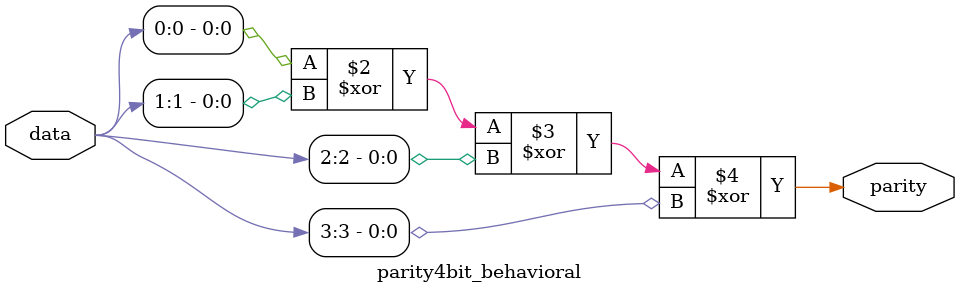
<source format=v>
module parity4bit_behavioral(input [3:0] data, output reg parity);
  always @(*) begin
    parity = data[0] ^ data[1] ^ data[2] ^ data[3];
  end
endmodule

</source>
